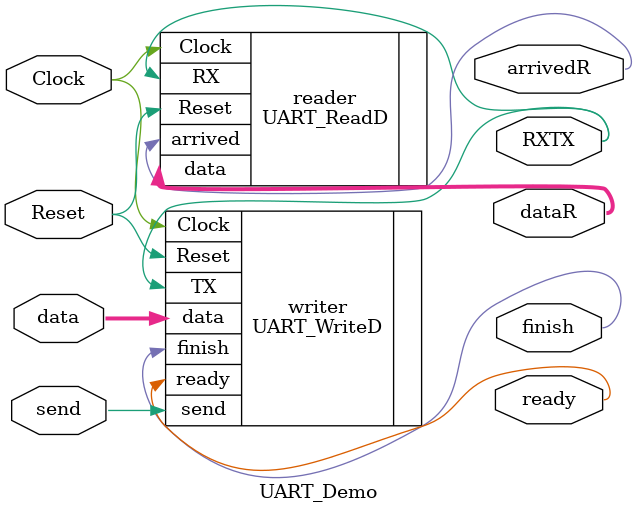
<source format=v>
`default_nettype none
module UART_Demo(
   input Clock,
   input Reset,
   output ready,
   input send,
   output finish,
   input [7:0] data,
   output arrivedR,
   output [7:0] dataR,
   output RXTX);

   UART_WriteD writer(
      .Clock(Clock), .Reset(Reset),
      .ready(ready), .send(send), .finish(finish),
      .data(data),
      .TX(RXTX));

   UART_ReadD reader(
      .Clock(Clock), .Reset(Reset),
      .arrived(arrivedR),
      .data(dataR),
      .RX(RXTX));

endmodule

</source>
